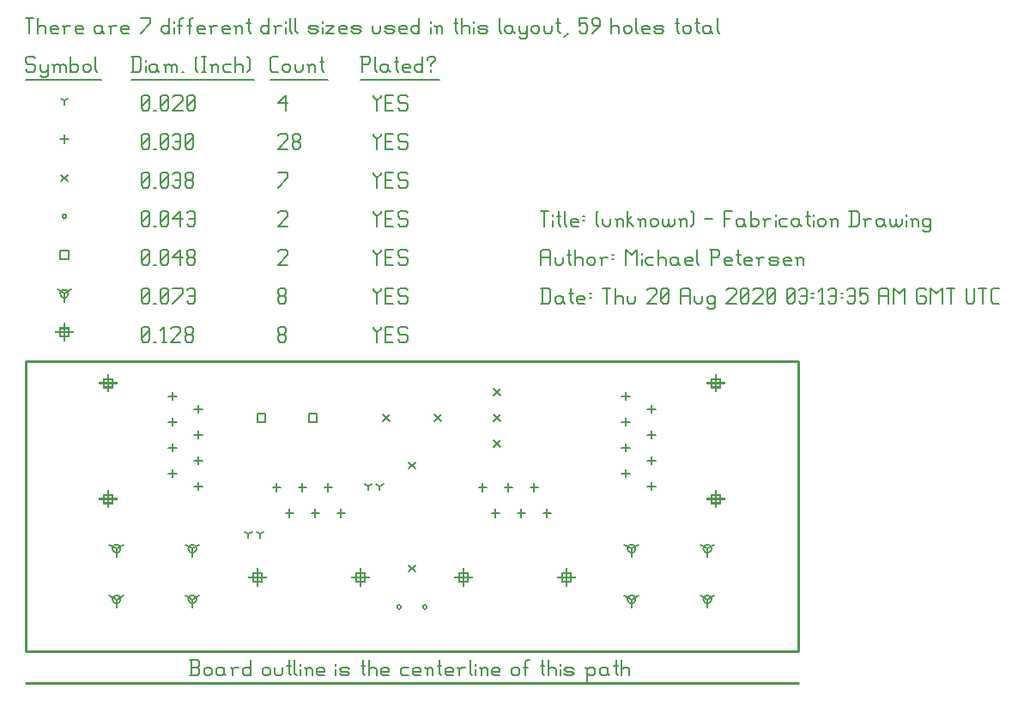
<source format=gbr>
G04 start of page 12 for group -3984 idx -3984 *
G04 Title: (unknown), fab *
G04 Creator: pcb 20140316 *
G04 CreationDate: Thu 20 Aug 2020 03:13:35 AM GMT UTC *
G04 For: railfan *
G04 Format: Gerber/RS-274X *
G04 PCB-Dimensions (mil): 3000.00 1125.00 *
G04 PCB-Coordinate-Origin: lower left *
%MOIN*%
%FSLAX25Y25*%
%LNFAB*%
%ADD82C,0.0100*%
%ADD81C,0.0060*%
%ADD80R,0.0080X0.0080*%
G54D80*X32000Y107200D02*Y100800D01*
X28800Y104000D02*X35200D01*
X30400Y105600D02*X33600D01*
X30400D02*Y102400D01*
X33600D01*
Y105600D02*Y102400D01*
X32000Y62200D02*Y55800D01*
X28800Y59000D02*X35200D01*
X30400Y60600D02*X33600D01*
X30400D02*Y57400D01*
X33600D01*
Y60600D02*Y57400D01*
X268000Y62200D02*Y55800D01*
X264800Y59000D02*X271200D01*
X266400Y60600D02*X269600D01*
X266400D02*Y57400D01*
X269600D01*
Y60600D02*Y57400D01*
X268000Y107200D02*Y100800D01*
X264800Y104000D02*X271200D01*
X266400Y105600D02*X269600D01*
X266400D02*Y102400D01*
X269600D01*
Y105600D02*Y102400D01*
X90000Y31700D02*Y25300D01*
X86800Y28500D02*X93200D01*
X88400Y30100D02*X91600D01*
X88400D02*Y26900D01*
X91600D01*
Y30100D02*Y26900D01*
X130000Y31700D02*Y25300D01*
X126800Y28500D02*X133200D01*
X128400Y30100D02*X131600D01*
X128400D02*Y26900D01*
X131600D01*
Y30100D02*Y26900D01*
X170000Y31700D02*Y25300D01*
X166800Y28500D02*X173200D01*
X168400Y30100D02*X171600D01*
X168400D02*Y26900D01*
X171600D01*
Y30100D02*Y26900D01*
X210000Y31700D02*Y25300D01*
X206800Y28500D02*X213200D01*
X208400Y30100D02*X211600D01*
X208400D02*Y26900D01*
X211600D01*
Y30100D02*Y26900D01*
X15000Y126950D02*Y120550D01*
X11800Y123750D02*X18200D01*
X13400Y125350D02*X16600D01*
X13400D02*Y122150D01*
X16600D01*
Y125350D02*Y122150D01*
G54D81*X135000Y126000D02*Y125250D01*
X136500Y123750D01*
X138000Y125250D01*
Y126000D02*Y125250D01*
X136500Y123750D02*Y120000D01*
X139800Y123000D02*X142050D01*
X139800Y120000D02*X142800D01*
X139800Y126000D02*Y120000D01*
Y126000D02*X142800D01*
X147600D02*X148350Y125250D01*
X145350Y126000D02*X147600D01*
X144600Y125250D02*X145350Y126000D01*
X144600Y125250D02*Y123750D01*
X145350Y123000D01*
X147600D01*
X148350Y122250D01*
Y120750D01*
X147600Y120000D02*X148350Y120750D01*
X145350Y120000D02*X147600D01*
X144600Y120750D02*X145350Y120000D01*
X98000Y120750D02*X98750Y120000D01*
X98000Y122250D02*Y120750D01*
Y122250D02*X98750Y123000D01*
X100250D01*
X101000Y122250D01*
Y120750D01*
X100250Y120000D02*X101000Y120750D01*
X98750Y120000D02*X100250D01*
X98000Y123750D02*X98750Y123000D01*
X98000Y125250D02*Y123750D01*
Y125250D02*X98750Y126000D01*
X100250D01*
X101000Y125250D01*
Y123750D01*
X100250Y123000D02*X101000Y123750D01*
X45000Y120750D02*X45750Y120000D01*
X45000Y125250D02*Y120750D01*
Y125250D02*X45750Y126000D01*
X47250D01*
X48000Y125250D01*
Y120750D01*
X47250Y120000D02*X48000Y120750D01*
X45750Y120000D02*X47250D01*
X45000Y121500D02*X48000Y124500D01*
X49800Y120000D02*X50550D01*
X53100D02*X54600D01*
X53850Y126000D02*Y120000D01*
X52350Y124500D02*X53850Y126000D01*
X56400Y125250D02*X57150Y126000D01*
X59400D01*
X60150Y125250D01*
Y123750D01*
X56400Y120000D02*X60150Y123750D01*
X56400Y120000D02*X60150D01*
X61950Y120750D02*X62700Y120000D01*
X61950Y122250D02*Y120750D01*
Y122250D02*X62700Y123000D01*
X64200D01*
X64950Y122250D01*
Y120750D01*
X64200Y120000D02*X64950Y120750D01*
X62700Y120000D02*X64200D01*
X61950Y123750D02*X62700Y123000D01*
X61950Y125250D02*Y123750D01*
Y125250D02*X62700Y126000D01*
X64200D01*
X64950Y125250D01*
Y123750D01*
X64200Y123000D02*X64950Y123750D01*
X35250Y20000D02*Y16800D01*
Y20000D02*X38023Y21600D01*
X35250Y20000D02*X32477Y21600D01*
X33650Y20000D02*G75*G03X36850Y20000I1600J0D01*G01*
G75*G03X33650Y20000I-1600J0D01*G01*
X35250Y39700D02*Y36500D01*
Y39700D02*X38023Y41300D01*
X35250Y39700D02*X32477Y41300D01*
X33650Y39700D02*G75*G03X36850Y39700I1600J0D01*G01*
G75*G03X33650Y39700I-1600J0D01*G01*
X64750Y20000D02*Y16800D01*
Y20000D02*X67523Y21600D01*
X64750Y20000D02*X61977Y21600D01*
X63150Y20000D02*G75*G03X66350Y20000I1600J0D01*G01*
G75*G03X63150Y20000I-1600J0D01*G01*
X64750Y39700D02*Y36500D01*
Y39700D02*X67523Y41300D01*
X64750Y39700D02*X61977Y41300D01*
X63150Y39700D02*G75*G03X66350Y39700I1600J0D01*G01*
G75*G03X63150Y39700I-1600J0D01*G01*
X235250Y20000D02*Y16800D01*
Y20000D02*X238023Y21600D01*
X235250Y20000D02*X232477Y21600D01*
X233650Y20000D02*G75*G03X236850Y20000I1600J0D01*G01*
G75*G03X233650Y20000I-1600J0D01*G01*
X235250Y39700D02*Y36500D01*
Y39700D02*X238023Y41300D01*
X235250Y39700D02*X232477Y41300D01*
X233650Y39700D02*G75*G03X236850Y39700I1600J0D01*G01*
G75*G03X233650Y39700I-1600J0D01*G01*
X264750Y20000D02*Y16800D01*
Y20000D02*X267523Y21600D01*
X264750Y20000D02*X261977Y21600D01*
X263150Y20000D02*G75*G03X266350Y20000I1600J0D01*G01*
G75*G03X263150Y20000I-1600J0D01*G01*
X264750Y39700D02*Y36500D01*
Y39700D02*X267523Y41300D01*
X264750Y39700D02*X261977Y41300D01*
X263150Y39700D02*G75*G03X266350Y39700I1600J0D01*G01*
G75*G03X263150Y39700I-1600J0D01*G01*
X15000Y138750D02*Y135550D01*
Y138750D02*X17773Y140350D01*
X15000Y138750D02*X12227Y140350D01*
X13400Y138750D02*G75*G03X16600Y138750I1600J0D01*G01*
G75*G03X13400Y138750I-1600J0D01*G01*
X135000Y141000D02*Y140250D01*
X136500Y138750D01*
X138000Y140250D01*
Y141000D02*Y140250D01*
X136500Y138750D02*Y135000D01*
X139800Y138000D02*X142050D01*
X139800Y135000D02*X142800D01*
X139800Y141000D02*Y135000D01*
Y141000D02*X142800D01*
X147600D02*X148350Y140250D01*
X145350Y141000D02*X147600D01*
X144600Y140250D02*X145350Y141000D01*
X144600Y140250D02*Y138750D01*
X145350Y138000D01*
X147600D01*
X148350Y137250D01*
Y135750D01*
X147600Y135000D02*X148350Y135750D01*
X145350Y135000D02*X147600D01*
X144600Y135750D02*X145350Y135000D01*
X98000Y135750D02*X98750Y135000D01*
X98000Y137250D02*Y135750D01*
Y137250D02*X98750Y138000D01*
X100250D01*
X101000Y137250D01*
Y135750D01*
X100250Y135000D02*X101000Y135750D01*
X98750Y135000D02*X100250D01*
X98000Y138750D02*X98750Y138000D01*
X98000Y140250D02*Y138750D01*
Y140250D02*X98750Y141000D01*
X100250D01*
X101000Y140250D01*
Y138750D01*
X100250Y138000D02*X101000Y138750D01*
X45000Y135750D02*X45750Y135000D01*
X45000Y140250D02*Y135750D01*
Y140250D02*X45750Y141000D01*
X47250D01*
X48000Y140250D01*
Y135750D01*
X47250Y135000D02*X48000Y135750D01*
X45750Y135000D02*X47250D01*
X45000Y136500D02*X48000Y139500D01*
X49800Y135000D02*X50550D01*
X52350Y135750D02*X53100Y135000D01*
X52350Y140250D02*Y135750D01*
Y140250D02*X53100Y141000D01*
X54600D01*
X55350Y140250D01*
Y135750D01*
X54600Y135000D02*X55350Y135750D01*
X53100Y135000D02*X54600D01*
X52350Y136500D02*X55350Y139500D01*
X57150Y135000D02*X60900Y138750D01*
Y141000D02*Y138750D01*
X57150Y141000D02*X60900D01*
X62700Y140250D02*X63450Y141000D01*
X64950D01*
X65700Y140250D01*
Y135750D01*
X64950Y135000D02*X65700Y135750D01*
X63450Y135000D02*X64950D01*
X62700Y135750D02*X63450Y135000D01*
Y138000D02*X65700D01*
X109900Y92100D02*X113100D01*
X109900D02*Y88900D01*
X113100D01*
Y92100D02*Y88900D01*
X89900Y92100D02*X93100D01*
X89900D02*Y88900D01*
X93100D01*
Y92100D02*Y88900D01*
X13400Y155350D02*X16600D01*
X13400D02*Y152150D01*
X16600D01*
Y155350D02*Y152150D01*
X135000Y156000D02*Y155250D01*
X136500Y153750D01*
X138000Y155250D01*
Y156000D02*Y155250D01*
X136500Y153750D02*Y150000D01*
X139800Y153000D02*X142050D01*
X139800Y150000D02*X142800D01*
X139800Y156000D02*Y150000D01*
Y156000D02*X142800D01*
X147600D02*X148350Y155250D01*
X145350Y156000D02*X147600D01*
X144600Y155250D02*X145350Y156000D01*
X144600Y155250D02*Y153750D01*
X145350Y153000D01*
X147600D01*
X148350Y152250D01*
Y150750D01*
X147600Y150000D02*X148350Y150750D01*
X145350Y150000D02*X147600D01*
X144600Y150750D02*X145350Y150000D01*
X98000Y155250D02*X98750Y156000D01*
X101000D01*
X101750Y155250D01*
Y153750D01*
X98000Y150000D02*X101750Y153750D01*
X98000Y150000D02*X101750D01*
X45000Y150750D02*X45750Y150000D01*
X45000Y155250D02*Y150750D01*
Y155250D02*X45750Y156000D01*
X47250D01*
X48000Y155250D01*
Y150750D01*
X47250Y150000D02*X48000Y150750D01*
X45750Y150000D02*X47250D01*
X45000Y151500D02*X48000Y154500D01*
X49800Y150000D02*X50550D01*
X52350Y150750D02*X53100Y150000D01*
X52350Y155250D02*Y150750D01*
Y155250D02*X53100Y156000D01*
X54600D01*
X55350Y155250D01*
Y150750D01*
X54600Y150000D02*X55350Y150750D01*
X53100Y150000D02*X54600D01*
X52350Y151500D02*X55350Y154500D01*
X57150Y153000D02*X60150Y156000D01*
X57150Y153000D02*X60900D01*
X60150Y156000D02*Y150000D01*
X62700Y150750D02*X63450Y150000D01*
X62700Y152250D02*Y150750D01*
Y152250D02*X63450Y153000D01*
X64950D01*
X65700Y152250D01*
Y150750D01*
X64950Y150000D02*X65700Y150750D01*
X63450Y150000D02*X64950D01*
X62700Y153750D02*X63450Y153000D01*
X62700Y155250D02*Y153750D01*
Y155250D02*X63450Y156000D01*
X64950D01*
X65700Y155250D01*
Y153750D01*
X64950Y153000D02*X65700Y153750D01*
X144200Y17000D02*G75*G03X145800Y17000I800J0D01*G01*
G75*G03X144200Y17000I-800J0D01*G01*
X154200D02*G75*G03X155800Y17000I800J0D01*G01*
G75*G03X154200Y17000I-800J0D01*G01*
X14200Y168750D02*G75*G03X15800Y168750I800J0D01*G01*
G75*G03X14200Y168750I-800J0D01*G01*
X135000Y171000D02*Y170250D01*
X136500Y168750D01*
X138000Y170250D01*
Y171000D02*Y170250D01*
X136500Y168750D02*Y165000D01*
X139800Y168000D02*X142050D01*
X139800Y165000D02*X142800D01*
X139800Y171000D02*Y165000D01*
Y171000D02*X142800D01*
X147600D02*X148350Y170250D01*
X145350Y171000D02*X147600D01*
X144600Y170250D02*X145350Y171000D01*
X144600Y170250D02*Y168750D01*
X145350Y168000D01*
X147600D01*
X148350Y167250D01*
Y165750D01*
X147600Y165000D02*X148350Y165750D01*
X145350Y165000D02*X147600D01*
X144600Y165750D02*X145350Y165000D01*
X98000Y170250D02*X98750Y171000D01*
X101000D01*
X101750Y170250D01*
Y168750D01*
X98000Y165000D02*X101750Y168750D01*
X98000Y165000D02*X101750D01*
X45000Y165750D02*X45750Y165000D01*
X45000Y170250D02*Y165750D01*
Y170250D02*X45750Y171000D01*
X47250D01*
X48000Y170250D01*
Y165750D01*
X47250Y165000D02*X48000Y165750D01*
X45750Y165000D02*X47250D01*
X45000Y166500D02*X48000Y169500D01*
X49800Y165000D02*X50550D01*
X52350Y165750D02*X53100Y165000D01*
X52350Y170250D02*Y165750D01*
Y170250D02*X53100Y171000D01*
X54600D01*
X55350Y170250D01*
Y165750D01*
X54600Y165000D02*X55350Y165750D01*
X53100Y165000D02*X54600D01*
X52350Y166500D02*X55350Y169500D01*
X57150Y168000D02*X60150Y171000D01*
X57150Y168000D02*X60900D01*
X60150Y171000D02*Y165000D01*
X62700Y170250D02*X63450Y171000D01*
X64950D01*
X65700Y170250D01*
Y165750D01*
X64950Y165000D02*X65700Y165750D01*
X63450Y165000D02*X64950D01*
X62700Y165750D02*X63450Y165000D01*
Y168000D02*X65700D01*
X148800Y33200D02*X151200Y30800D01*
X148800D02*X151200Y33200D01*
X148800Y73200D02*X151200Y70800D01*
X148800D02*X151200Y73200D01*
X138800Y91700D02*X141200Y89300D01*
X138800D02*X141200Y91700D01*
X158800D02*X161200Y89300D01*
X158800D02*X161200Y91700D01*
X181800Y81700D02*X184200Y79300D01*
X181800D02*X184200Y81700D01*
X181800Y91700D02*X184200Y89300D01*
X181800D02*X184200Y91700D01*
X181800Y101700D02*X184200Y99300D01*
X181800D02*X184200Y101700D01*
X13800Y184950D02*X16200Y182550D01*
X13800D02*X16200Y184950D01*
X135000Y186000D02*Y185250D01*
X136500Y183750D01*
X138000Y185250D01*
Y186000D02*Y185250D01*
X136500Y183750D02*Y180000D01*
X139800Y183000D02*X142050D01*
X139800Y180000D02*X142800D01*
X139800Y186000D02*Y180000D01*
Y186000D02*X142800D01*
X147600D02*X148350Y185250D01*
X145350Y186000D02*X147600D01*
X144600Y185250D02*X145350Y186000D01*
X144600Y185250D02*Y183750D01*
X145350Y183000D01*
X147600D01*
X148350Y182250D01*
Y180750D01*
X147600Y180000D02*X148350Y180750D01*
X145350Y180000D02*X147600D01*
X144600Y180750D02*X145350Y180000D01*
X98000D02*X101750Y183750D01*
Y186000D02*Y183750D01*
X98000Y186000D02*X101750D01*
X45000Y180750D02*X45750Y180000D01*
X45000Y185250D02*Y180750D01*
Y185250D02*X45750Y186000D01*
X47250D01*
X48000Y185250D01*
Y180750D01*
X47250Y180000D02*X48000Y180750D01*
X45750Y180000D02*X47250D01*
X45000Y181500D02*X48000Y184500D01*
X49800Y180000D02*X50550D01*
X52350Y180750D02*X53100Y180000D01*
X52350Y185250D02*Y180750D01*
Y185250D02*X53100Y186000D01*
X54600D01*
X55350Y185250D01*
Y180750D01*
X54600Y180000D02*X55350Y180750D01*
X53100Y180000D02*X54600D01*
X52350Y181500D02*X55350Y184500D01*
X57150Y185250D02*X57900Y186000D01*
X59400D01*
X60150Y185250D01*
Y180750D01*
X59400Y180000D02*X60150Y180750D01*
X57900Y180000D02*X59400D01*
X57150Y180750D02*X57900Y180000D01*
Y183000D02*X60150D01*
X61950Y180750D02*X62700Y180000D01*
X61950Y182250D02*Y180750D01*
Y182250D02*X62700Y183000D01*
X64200D01*
X64950Y182250D01*
Y180750D01*
X64200Y180000D02*X64950Y180750D01*
X62700Y180000D02*X64200D01*
X61950Y183750D02*X62700Y183000D01*
X61950Y185250D02*Y183750D01*
Y185250D02*X62700Y186000D01*
X64200D01*
X64950Y185250D01*
Y183750D01*
X64200Y183000D02*X64950Y183750D01*
X57000Y100600D02*Y97400D01*
X55400Y99000D02*X58600D01*
X67000Y95600D02*Y92400D01*
X65400Y94000D02*X68600D01*
X57000Y90600D02*Y87400D01*
X55400Y89000D02*X58600D01*
X67000Y85600D02*Y82400D01*
X65400Y84000D02*X68600D01*
X57000Y80600D02*Y77400D01*
X55400Y79000D02*X58600D01*
X67000Y75600D02*Y72400D01*
X65400Y74000D02*X68600D01*
X57000Y70600D02*Y67400D01*
X55400Y69000D02*X58600D01*
X67000Y65600D02*Y62400D01*
X65400Y64000D02*X68600D01*
X243000Y65600D02*Y62400D01*
X241400Y64000D02*X244600D01*
X233000Y70600D02*Y67400D01*
X231400Y69000D02*X234600D01*
X243000Y75600D02*Y72400D01*
X241400Y74000D02*X244600D01*
X233000Y80600D02*Y77400D01*
X231400Y79000D02*X234600D01*
X243000Y85600D02*Y82400D01*
X241400Y84000D02*X244600D01*
X233000Y90600D02*Y87400D01*
X231400Y89000D02*X234600D01*
X243000Y95600D02*Y92400D01*
X241400Y94000D02*X244600D01*
X233000Y100600D02*Y97400D01*
X231400Y99000D02*X234600D01*
X97500Y65100D02*Y61900D01*
X95900Y63500D02*X99100D01*
X102500Y55100D02*Y51900D01*
X100900Y53500D02*X104100D01*
X107500Y65100D02*Y61900D01*
X105900Y63500D02*X109100D01*
X112500Y55100D02*Y51900D01*
X110900Y53500D02*X114100D01*
X117500Y65100D02*Y61900D01*
X115900Y63500D02*X119100D01*
X122500Y55100D02*Y51900D01*
X120900Y53500D02*X124100D01*
X177500Y65100D02*Y61900D01*
X175900Y63500D02*X179100D01*
X182500Y55100D02*Y51900D01*
X180900Y53500D02*X184100D01*
X187500Y65100D02*Y61900D01*
X185900Y63500D02*X189100D01*
X192500Y55100D02*Y51900D01*
X190900Y53500D02*X194100D01*
X197500Y65100D02*Y61900D01*
X195900Y63500D02*X199100D01*
X202500Y55100D02*Y51900D01*
X200900Y53500D02*X204100D01*
X15000Y200350D02*Y197150D01*
X13400Y198750D02*X16600D01*
X135000Y201000D02*Y200250D01*
X136500Y198750D01*
X138000Y200250D01*
Y201000D02*Y200250D01*
X136500Y198750D02*Y195000D01*
X139800Y198000D02*X142050D01*
X139800Y195000D02*X142800D01*
X139800Y201000D02*Y195000D01*
Y201000D02*X142800D01*
X147600D02*X148350Y200250D01*
X145350Y201000D02*X147600D01*
X144600Y200250D02*X145350Y201000D01*
X144600Y200250D02*Y198750D01*
X145350Y198000D01*
X147600D01*
X148350Y197250D01*
Y195750D01*
X147600Y195000D02*X148350Y195750D01*
X145350Y195000D02*X147600D01*
X144600Y195750D02*X145350Y195000D01*
X98000Y200250D02*X98750Y201000D01*
X101000D01*
X101750Y200250D01*
Y198750D01*
X98000Y195000D02*X101750Y198750D01*
X98000Y195000D02*X101750D01*
X103550Y195750D02*X104300Y195000D01*
X103550Y197250D02*Y195750D01*
Y197250D02*X104300Y198000D01*
X105800D01*
X106550Y197250D01*
Y195750D01*
X105800Y195000D02*X106550Y195750D01*
X104300Y195000D02*X105800D01*
X103550Y198750D02*X104300Y198000D01*
X103550Y200250D02*Y198750D01*
Y200250D02*X104300Y201000D01*
X105800D01*
X106550Y200250D01*
Y198750D01*
X105800Y198000D02*X106550Y198750D01*
X45000Y195750D02*X45750Y195000D01*
X45000Y200250D02*Y195750D01*
Y200250D02*X45750Y201000D01*
X47250D01*
X48000Y200250D01*
Y195750D01*
X47250Y195000D02*X48000Y195750D01*
X45750Y195000D02*X47250D01*
X45000Y196500D02*X48000Y199500D01*
X49800Y195000D02*X50550D01*
X52350Y195750D02*X53100Y195000D01*
X52350Y200250D02*Y195750D01*
Y200250D02*X53100Y201000D01*
X54600D01*
X55350Y200250D01*
Y195750D01*
X54600Y195000D02*X55350Y195750D01*
X53100Y195000D02*X54600D01*
X52350Y196500D02*X55350Y199500D01*
X57150Y200250D02*X57900Y201000D01*
X59400D01*
X60150Y200250D01*
Y195750D01*
X59400Y195000D02*X60150Y195750D01*
X57900Y195000D02*X59400D01*
X57150Y195750D02*X57900Y195000D01*
Y198000D02*X60150D01*
X61950Y195750D02*X62700Y195000D01*
X61950Y200250D02*Y195750D01*
Y200250D02*X62700Y201000D01*
X64200D01*
X64950Y200250D01*
Y195750D01*
X64200Y195000D02*X64950Y195750D01*
X62700Y195000D02*X64200D01*
X61950Y196500D02*X64950Y199500D01*
X91000Y45500D02*Y43900D01*
Y45500D02*X92387Y46300D01*
X91000Y45500D02*X89613Y46300D01*
X133000Y64000D02*Y62400D01*
Y64000D02*X134387Y64800D01*
X133000Y64000D02*X131613Y64800D01*
X137500Y64000D02*Y62400D01*
Y64000D02*X138887Y64800D01*
X137500Y64000D02*X136113Y64800D01*
X86500Y45500D02*Y43900D01*
Y45500D02*X87887Y46300D01*
X86500Y45500D02*X85113Y46300D01*
X15000Y213750D02*Y212150D01*
Y213750D02*X16387Y214550D01*
X15000Y213750D02*X13613Y214550D01*
X135000Y216000D02*Y215250D01*
X136500Y213750D01*
X138000Y215250D01*
Y216000D02*Y215250D01*
X136500Y213750D02*Y210000D01*
X139800Y213000D02*X142050D01*
X139800Y210000D02*X142800D01*
X139800Y216000D02*Y210000D01*
Y216000D02*X142800D01*
X147600D02*X148350Y215250D01*
X145350Y216000D02*X147600D01*
X144600Y215250D02*X145350Y216000D01*
X144600Y215250D02*Y213750D01*
X145350Y213000D01*
X147600D01*
X148350Y212250D01*
Y210750D01*
X147600Y210000D02*X148350Y210750D01*
X145350Y210000D02*X147600D01*
X144600Y210750D02*X145350Y210000D01*
X98000Y213000D02*X101000Y216000D01*
X98000Y213000D02*X101750D01*
X101000Y216000D02*Y210000D01*
X45000Y210750D02*X45750Y210000D01*
X45000Y215250D02*Y210750D01*
Y215250D02*X45750Y216000D01*
X47250D01*
X48000Y215250D01*
Y210750D01*
X47250Y210000D02*X48000Y210750D01*
X45750Y210000D02*X47250D01*
X45000Y211500D02*X48000Y214500D01*
X49800Y210000D02*X50550D01*
X52350Y210750D02*X53100Y210000D01*
X52350Y215250D02*Y210750D01*
Y215250D02*X53100Y216000D01*
X54600D01*
X55350Y215250D01*
Y210750D01*
X54600Y210000D02*X55350Y210750D01*
X53100Y210000D02*X54600D01*
X52350Y211500D02*X55350Y214500D01*
X57150Y215250D02*X57900Y216000D01*
X60150D01*
X60900Y215250D01*
Y213750D01*
X57150Y210000D02*X60900Y213750D01*
X57150Y210000D02*X60900D01*
X62700Y210750D02*X63450Y210000D01*
X62700Y215250D02*Y210750D01*
Y215250D02*X63450Y216000D01*
X64950D01*
X65700Y215250D01*
Y210750D01*
X64950Y210000D02*X65700Y210750D01*
X63450Y210000D02*X64950D01*
X62700Y211500D02*X65700Y214500D01*
X3000Y231000D02*X3750Y230250D01*
X750Y231000D02*X3000D01*
X0Y230250D02*X750Y231000D01*
X0Y230250D02*Y228750D01*
X750Y228000D01*
X3000D01*
X3750Y227250D01*
Y225750D01*
X3000Y225000D02*X3750Y225750D01*
X750Y225000D02*X3000D01*
X0Y225750D02*X750Y225000D01*
X5550Y228000D02*Y225750D01*
X6300Y225000D01*
X8550Y228000D02*Y223500D01*
X7800Y222750D02*X8550Y223500D01*
X6300Y222750D02*X7800D01*
X5550Y223500D02*X6300Y222750D01*
Y225000D02*X7800D01*
X8550Y225750D01*
X11100Y227250D02*Y225000D01*
Y227250D02*X11850Y228000D01*
X12600D01*
X13350Y227250D01*
Y225000D01*
Y227250D02*X14100Y228000D01*
X14850D01*
X15600Y227250D01*
Y225000D01*
X10350Y228000D02*X11100Y227250D01*
X17400Y231000D02*Y225000D01*
Y225750D02*X18150Y225000D01*
X19650D01*
X20400Y225750D01*
Y227250D02*Y225750D01*
X19650Y228000D02*X20400Y227250D01*
X18150Y228000D02*X19650D01*
X17400Y227250D02*X18150Y228000D01*
X22200Y227250D02*Y225750D01*
Y227250D02*X22950Y228000D01*
X24450D01*
X25200Y227250D01*
Y225750D01*
X24450Y225000D02*X25200Y225750D01*
X22950Y225000D02*X24450D01*
X22200Y225750D02*X22950Y225000D01*
X27000Y231000D02*Y225750D01*
X27750Y225000D01*
X0Y221750D02*X29250D01*
X41750Y231000D02*Y225000D01*
X44000Y231000D02*X44750Y230250D01*
Y225750D01*
X44000Y225000D02*X44750Y225750D01*
X41000Y225000D02*X44000D01*
X41000Y231000D02*X44000D01*
X46550Y229500D02*Y228750D01*
Y227250D02*Y225000D01*
X50300Y228000D02*X51050Y227250D01*
X48800Y228000D02*X50300D01*
X48050Y227250D02*X48800Y228000D01*
X48050Y227250D02*Y225750D01*
X48800Y225000D01*
X51050Y228000D02*Y225750D01*
X51800Y225000D01*
X48800D02*X50300D01*
X51050Y225750D01*
X54350Y227250D02*Y225000D01*
Y227250D02*X55100Y228000D01*
X55850D01*
X56600Y227250D01*
Y225000D01*
Y227250D02*X57350Y228000D01*
X58100D01*
X58850Y227250D01*
Y225000D01*
X53600Y228000D02*X54350Y227250D01*
X60650Y225000D02*X61400D01*
X65900Y225750D02*X66650Y225000D01*
X65900Y230250D02*X66650Y231000D01*
X65900Y230250D02*Y225750D01*
X68450Y231000D02*X69950D01*
X69200D02*Y225000D01*
X68450D02*X69950D01*
X72500Y227250D02*Y225000D01*
Y227250D02*X73250Y228000D01*
X74000D01*
X74750Y227250D01*
Y225000D01*
X71750Y228000D02*X72500Y227250D01*
X77300Y228000D02*X79550D01*
X76550Y227250D02*X77300Y228000D01*
X76550Y227250D02*Y225750D01*
X77300Y225000D01*
X79550D01*
X81350Y231000D02*Y225000D01*
Y227250D02*X82100Y228000D01*
X83600D01*
X84350Y227250D01*
Y225000D01*
X86150Y231000D02*X86900Y230250D01*
Y225750D01*
X86150Y225000D02*X86900Y225750D01*
X41000Y221750D02*X88700D01*
X95750Y225000D02*X98000D01*
X95000Y225750D02*X95750Y225000D01*
X95000Y230250D02*Y225750D01*
Y230250D02*X95750Y231000D01*
X98000D01*
X99800Y227250D02*Y225750D01*
Y227250D02*X100550Y228000D01*
X102050D01*
X102800Y227250D01*
Y225750D01*
X102050Y225000D02*X102800Y225750D01*
X100550Y225000D02*X102050D01*
X99800Y225750D02*X100550Y225000D01*
X104600Y228000D02*Y225750D01*
X105350Y225000D01*
X106850D01*
X107600Y225750D01*
Y228000D02*Y225750D01*
X110150Y227250D02*Y225000D01*
Y227250D02*X110900Y228000D01*
X111650D01*
X112400Y227250D01*
Y225000D01*
X109400Y228000D02*X110150Y227250D01*
X114950Y231000D02*Y225750D01*
X115700Y225000D01*
X114200Y228750D02*X115700D01*
X95000Y221750D02*X117200D01*
X130750Y231000D02*Y225000D01*
X130000Y231000D02*X133000D01*
X133750Y230250D01*
Y228750D01*
X133000Y228000D02*X133750Y228750D01*
X130750Y228000D02*X133000D01*
X135550Y231000D02*Y225750D01*
X136300Y225000D01*
X140050Y228000D02*X140800Y227250D01*
X138550Y228000D02*X140050D01*
X137800Y227250D02*X138550Y228000D01*
X137800Y227250D02*Y225750D01*
X138550Y225000D01*
X140800Y228000D02*Y225750D01*
X141550Y225000D01*
X138550D02*X140050D01*
X140800Y225750D01*
X144100Y231000D02*Y225750D01*
X144850Y225000D01*
X143350Y228750D02*X144850D01*
X147100Y225000D02*X149350D01*
X146350Y225750D02*X147100Y225000D01*
X146350Y227250D02*Y225750D01*
Y227250D02*X147100Y228000D01*
X148600D01*
X149350Y227250D01*
X146350Y226500D02*X149350D01*
Y227250D02*Y226500D01*
X154150Y231000D02*Y225000D01*
X153400D02*X154150Y225750D01*
X151900Y225000D02*X153400D01*
X151150Y225750D02*X151900Y225000D01*
X151150Y227250D02*Y225750D01*
Y227250D02*X151900Y228000D01*
X153400D01*
X154150Y227250D01*
X157450Y228000D02*Y227250D01*
Y225750D02*Y225000D01*
X155950Y230250D02*Y229500D01*
Y230250D02*X156700Y231000D01*
X158200D01*
X158950Y230250D01*
Y229500D01*
X157450Y228000D02*X158950Y229500D01*
X130000Y221750D02*X160750D01*
X0Y246000D02*X3000D01*
X1500D02*Y240000D01*
X4800Y246000D02*Y240000D01*
Y242250D02*X5550Y243000D01*
X7050D01*
X7800Y242250D01*
Y240000D01*
X10350D02*X12600D01*
X9600Y240750D02*X10350Y240000D01*
X9600Y242250D02*Y240750D01*
Y242250D02*X10350Y243000D01*
X11850D01*
X12600Y242250D01*
X9600Y241500D02*X12600D01*
Y242250D02*Y241500D01*
X15150Y242250D02*Y240000D01*
Y242250D02*X15900Y243000D01*
X17400D01*
X14400D02*X15150Y242250D01*
X19950Y240000D02*X22200D01*
X19200Y240750D02*X19950Y240000D01*
X19200Y242250D02*Y240750D01*
Y242250D02*X19950Y243000D01*
X21450D01*
X22200Y242250D01*
X19200Y241500D02*X22200D01*
Y242250D02*Y241500D01*
X28950Y243000D02*X29700Y242250D01*
X27450Y243000D02*X28950D01*
X26700Y242250D02*X27450Y243000D01*
X26700Y242250D02*Y240750D01*
X27450Y240000D01*
X29700Y243000D02*Y240750D01*
X30450Y240000D01*
X27450D02*X28950D01*
X29700Y240750D01*
X33000Y242250D02*Y240000D01*
Y242250D02*X33750Y243000D01*
X35250D01*
X32250D02*X33000Y242250D01*
X37800Y240000D02*X40050D01*
X37050Y240750D02*X37800Y240000D01*
X37050Y242250D02*Y240750D01*
Y242250D02*X37800Y243000D01*
X39300D01*
X40050Y242250D01*
X37050Y241500D02*X40050D01*
Y242250D02*Y241500D01*
X44550Y240000D02*X48300Y243750D01*
Y246000D02*Y243750D01*
X44550Y246000D02*X48300D01*
X55800D02*Y240000D01*
X55050D02*X55800Y240750D01*
X53550Y240000D02*X55050D01*
X52800Y240750D02*X53550Y240000D01*
X52800Y242250D02*Y240750D01*
Y242250D02*X53550Y243000D01*
X55050D01*
X55800Y242250D01*
X57600Y244500D02*Y243750D01*
Y242250D02*Y240000D01*
X59850Y245250D02*Y240000D01*
Y245250D02*X60600Y246000D01*
X61350D01*
X59100Y243000D02*X60600D01*
X63600Y245250D02*Y240000D01*
Y245250D02*X64350Y246000D01*
X65100D01*
X62850Y243000D02*X64350D01*
X67350Y240000D02*X69600D01*
X66600Y240750D02*X67350Y240000D01*
X66600Y242250D02*Y240750D01*
Y242250D02*X67350Y243000D01*
X68850D01*
X69600Y242250D01*
X66600Y241500D02*X69600D01*
Y242250D02*Y241500D01*
X72150Y242250D02*Y240000D01*
Y242250D02*X72900Y243000D01*
X74400D01*
X71400D02*X72150Y242250D01*
X76950Y240000D02*X79200D01*
X76200Y240750D02*X76950Y240000D01*
X76200Y242250D02*Y240750D01*
Y242250D02*X76950Y243000D01*
X78450D01*
X79200Y242250D01*
X76200Y241500D02*X79200D01*
Y242250D02*Y241500D01*
X81750Y242250D02*Y240000D01*
Y242250D02*X82500Y243000D01*
X83250D01*
X84000Y242250D01*
Y240000D01*
X81000Y243000D02*X81750Y242250D01*
X86550Y246000D02*Y240750D01*
X87300Y240000D01*
X85800Y243750D02*X87300D01*
X94500Y246000D02*Y240000D01*
X93750D02*X94500Y240750D01*
X92250Y240000D02*X93750D01*
X91500Y240750D02*X92250Y240000D01*
X91500Y242250D02*Y240750D01*
Y242250D02*X92250Y243000D01*
X93750D01*
X94500Y242250D01*
X97050D02*Y240000D01*
Y242250D02*X97800Y243000D01*
X99300D01*
X96300D02*X97050Y242250D01*
X101100Y244500D02*Y243750D01*
Y242250D02*Y240000D01*
X102600Y246000D02*Y240750D01*
X103350Y240000D01*
X104850Y246000D02*Y240750D01*
X105600Y240000D01*
X110550D02*X112800D01*
X113550Y240750D01*
X112800Y241500D02*X113550Y240750D01*
X110550Y241500D02*X112800D01*
X109800Y242250D02*X110550Y241500D01*
X109800Y242250D02*X110550Y243000D01*
X112800D01*
X113550Y242250D01*
X109800Y240750D02*X110550Y240000D01*
X115350Y244500D02*Y243750D01*
Y242250D02*Y240000D01*
X116850Y243000D02*X119850D01*
X116850Y240000D02*X119850Y243000D01*
X116850Y240000D02*X119850D01*
X122400D02*X124650D01*
X121650Y240750D02*X122400Y240000D01*
X121650Y242250D02*Y240750D01*
Y242250D02*X122400Y243000D01*
X123900D01*
X124650Y242250D01*
X121650Y241500D02*X124650D01*
Y242250D02*Y241500D01*
X127200Y240000D02*X129450D01*
X130200Y240750D01*
X129450Y241500D02*X130200Y240750D01*
X127200Y241500D02*X129450D01*
X126450Y242250D02*X127200Y241500D01*
X126450Y242250D02*X127200Y243000D01*
X129450D01*
X130200Y242250D01*
X126450Y240750D02*X127200Y240000D01*
X134700Y243000D02*Y240750D01*
X135450Y240000D01*
X136950D01*
X137700Y240750D01*
Y243000D02*Y240750D01*
X140250Y240000D02*X142500D01*
X143250Y240750D01*
X142500Y241500D02*X143250Y240750D01*
X140250Y241500D02*X142500D01*
X139500Y242250D02*X140250Y241500D01*
X139500Y242250D02*X140250Y243000D01*
X142500D01*
X143250Y242250D01*
X139500Y240750D02*X140250Y240000D01*
X145800D02*X148050D01*
X145050Y240750D02*X145800Y240000D01*
X145050Y242250D02*Y240750D01*
Y242250D02*X145800Y243000D01*
X147300D01*
X148050Y242250D01*
X145050Y241500D02*X148050D01*
Y242250D02*Y241500D01*
X152850Y246000D02*Y240000D01*
X152100D02*X152850Y240750D01*
X150600Y240000D02*X152100D01*
X149850Y240750D02*X150600Y240000D01*
X149850Y242250D02*Y240750D01*
Y242250D02*X150600Y243000D01*
X152100D01*
X152850Y242250D01*
X157350Y244500D02*Y243750D01*
Y242250D02*Y240000D01*
X159600Y242250D02*Y240000D01*
Y242250D02*X160350Y243000D01*
X161100D01*
X161850Y242250D01*
Y240000D01*
X158850Y243000D02*X159600Y242250D01*
X167100Y246000D02*Y240750D01*
X167850Y240000D01*
X166350Y243750D02*X167850D01*
X169350Y246000D02*Y240000D01*
Y242250D02*X170100Y243000D01*
X171600D01*
X172350Y242250D01*
Y240000D01*
X174150Y244500D02*Y243750D01*
Y242250D02*Y240000D01*
X176400D02*X178650D01*
X179400Y240750D01*
X178650Y241500D02*X179400Y240750D01*
X176400Y241500D02*X178650D01*
X175650Y242250D02*X176400Y241500D01*
X175650Y242250D02*X176400Y243000D01*
X178650D01*
X179400Y242250D01*
X175650Y240750D02*X176400Y240000D01*
X183900Y246000D02*Y240750D01*
X184650Y240000D01*
X188400Y243000D02*X189150Y242250D01*
X186900Y243000D02*X188400D01*
X186150Y242250D02*X186900Y243000D01*
X186150Y242250D02*Y240750D01*
X186900Y240000D01*
X189150Y243000D02*Y240750D01*
X189900Y240000D01*
X186900D02*X188400D01*
X189150Y240750D01*
X191700Y243000D02*Y240750D01*
X192450Y240000D01*
X194700Y243000D02*Y238500D01*
X193950Y237750D02*X194700Y238500D01*
X192450Y237750D02*X193950D01*
X191700Y238500D02*X192450Y237750D01*
Y240000D02*X193950D01*
X194700Y240750D01*
X196500Y242250D02*Y240750D01*
Y242250D02*X197250Y243000D01*
X198750D01*
X199500Y242250D01*
Y240750D01*
X198750Y240000D02*X199500Y240750D01*
X197250Y240000D02*X198750D01*
X196500Y240750D02*X197250Y240000D01*
X201300Y243000D02*Y240750D01*
X202050Y240000D01*
X203550D01*
X204300Y240750D01*
Y243000D02*Y240750D01*
X206850Y246000D02*Y240750D01*
X207600Y240000D01*
X206100Y243750D02*X207600D01*
X209100Y238500D02*X210600Y240000D01*
X215100Y246000D02*X218100D01*
X215100D02*Y243000D01*
X215850Y243750D01*
X217350D01*
X218100Y243000D01*
Y240750D01*
X217350Y240000D02*X218100Y240750D01*
X215850Y240000D02*X217350D01*
X215100Y240750D02*X215850Y240000D01*
X219900D02*X222900Y243000D01*
Y245250D02*Y243000D01*
X222150Y246000D02*X222900Y245250D01*
X220650Y246000D02*X222150D01*
X219900Y245250D02*X220650Y246000D01*
X219900Y245250D02*Y243750D01*
X220650Y243000D01*
X222900D01*
X227400Y246000D02*Y240000D01*
Y242250D02*X228150Y243000D01*
X229650D01*
X230400Y242250D01*
Y240000D01*
X232200Y242250D02*Y240750D01*
Y242250D02*X232950Y243000D01*
X234450D01*
X235200Y242250D01*
Y240750D01*
X234450Y240000D02*X235200Y240750D01*
X232950Y240000D02*X234450D01*
X232200Y240750D02*X232950Y240000D01*
X237000Y246000D02*Y240750D01*
X237750Y240000D01*
X240000D02*X242250D01*
X239250Y240750D02*X240000Y240000D01*
X239250Y242250D02*Y240750D01*
Y242250D02*X240000Y243000D01*
X241500D01*
X242250Y242250D01*
X239250Y241500D02*X242250D01*
Y242250D02*Y241500D01*
X244800Y240000D02*X247050D01*
X247800Y240750D01*
X247050Y241500D02*X247800Y240750D01*
X244800Y241500D02*X247050D01*
X244050Y242250D02*X244800Y241500D01*
X244050Y242250D02*X244800Y243000D01*
X247050D01*
X247800Y242250D01*
X244050Y240750D02*X244800Y240000D01*
X253050Y246000D02*Y240750D01*
X253800Y240000D01*
X252300Y243750D02*X253800D01*
X255300Y242250D02*Y240750D01*
Y242250D02*X256050Y243000D01*
X257550D01*
X258300Y242250D01*
Y240750D01*
X257550Y240000D02*X258300Y240750D01*
X256050Y240000D02*X257550D01*
X255300Y240750D02*X256050Y240000D01*
X260850Y246000D02*Y240750D01*
X261600Y240000D01*
X260100Y243750D02*X261600D01*
X265350Y243000D02*X266100Y242250D01*
X263850Y243000D02*X265350D01*
X263100Y242250D02*X263850Y243000D01*
X263100Y242250D02*Y240750D01*
X263850Y240000D01*
X266100Y243000D02*Y240750D01*
X266850Y240000D01*
X263850D02*X265350D01*
X266100Y240750D01*
X268650Y246000D02*Y240750D01*
X269400Y240000D01*
G54D82*X0Y-12500D02*X300000D01*
Y112500D02*X0D01*
Y0D01*
X300000D01*
Y112500D01*
G54D81*X63675Y-9500D02*X66675D01*
X67425Y-8750D01*
Y-7250D02*Y-8750D01*
X66675Y-6500D02*X67425Y-7250D01*
X64425Y-6500D02*X66675D01*
X64425Y-3500D02*Y-9500D01*
X63675Y-3500D02*X66675D01*
X67425Y-4250D01*
Y-5750D01*
X66675Y-6500D02*X67425Y-5750D01*
X69225Y-7250D02*Y-8750D01*
Y-7250D02*X69975Y-6500D01*
X71475D01*
X72225Y-7250D01*
Y-8750D01*
X71475Y-9500D02*X72225Y-8750D01*
X69975Y-9500D02*X71475D01*
X69225Y-8750D02*X69975Y-9500D01*
X76275Y-6500D02*X77025Y-7250D01*
X74775Y-6500D02*X76275D01*
X74025Y-7250D02*X74775Y-6500D01*
X74025Y-7250D02*Y-8750D01*
X74775Y-9500D01*
X77025Y-6500D02*Y-8750D01*
X77775Y-9500D01*
X74775D02*X76275D01*
X77025Y-8750D01*
X80325Y-7250D02*Y-9500D01*
Y-7250D02*X81075Y-6500D01*
X82575D01*
X79575D02*X80325Y-7250D01*
X87375Y-3500D02*Y-9500D01*
X86625D02*X87375Y-8750D01*
X85125Y-9500D02*X86625D01*
X84375Y-8750D02*X85125Y-9500D01*
X84375Y-7250D02*Y-8750D01*
Y-7250D02*X85125Y-6500D01*
X86625D01*
X87375Y-7250D01*
X91875D02*Y-8750D01*
Y-7250D02*X92625Y-6500D01*
X94125D01*
X94875Y-7250D01*
Y-8750D01*
X94125Y-9500D02*X94875Y-8750D01*
X92625Y-9500D02*X94125D01*
X91875Y-8750D02*X92625Y-9500D01*
X96675Y-6500D02*Y-8750D01*
X97425Y-9500D01*
X98925D01*
X99675Y-8750D01*
Y-6500D02*Y-8750D01*
X102225Y-3500D02*Y-8750D01*
X102975Y-9500D01*
X101475Y-5750D02*X102975D01*
X104475Y-3500D02*Y-8750D01*
X105225Y-9500D01*
X106725Y-5000D02*Y-5750D01*
Y-7250D02*Y-9500D01*
X108975Y-7250D02*Y-9500D01*
Y-7250D02*X109725Y-6500D01*
X110475D01*
X111225Y-7250D01*
Y-9500D01*
X108225Y-6500D02*X108975Y-7250D01*
X113775Y-9500D02*X116025D01*
X113025Y-8750D02*X113775Y-9500D01*
X113025Y-7250D02*Y-8750D01*
Y-7250D02*X113775Y-6500D01*
X115275D01*
X116025Y-7250D01*
X113025Y-8000D02*X116025D01*
Y-7250D02*Y-8000D01*
X120525Y-5000D02*Y-5750D01*
Y-7250D02*Y-9500D01*
X122775D02*X125025D01*
X125775Y-8750D01*
X125025Y-8000D02*X125775Y-8750D01*
X122775Y-8000D02*X125025D01*
X122025Y-7250D02*X122775Y-8000D01*
X122025Y-7250D02*X122775Y-6500D01*
X125025D01*
X125775Y-7250D01*
X122025Y-8750D02*X122775Y-9500D01*
X131025Y-3500D02*Y-8750D01*
X131775Y-9500D01*
X130275Y-5750D02*X131775D01*
X133275Y-3500D02*Y-9500D01*
Y-7250D02*X134025Y-6500D01*
X135525D01*
X136275Y-7250D01*
Y-9500D01*
X138825D02*X141075D01*
X138075Y-8750D02*X138825Y-9500D01*
X138075Y-7250D02*Y-8750D01*
Y-7250D02*X138825Y-6500D01*
X140325D01*
X141075Y-7250D01*
X138075Y-8000D02*X141075D01*
Y-7250D02*Y-8000D01*
X146325Y-6500D02*X148575D01*
X145575Y-7250D02*X146325Y-6500D01*
X145575Y-7250D02*Y-8750D01*
X146325Y-9500D01*
X148575D01*
X151125D02*X153375D01*
X150375Y-8750D02*X151125Y-9500D01*
X150375Y-7250D02*Y-8750D01*
Y-7250D02*X151125Y-6500D01*
X152625D01*
X153375Y-7250D01*
X150375Y-8000D02*X153375D01*
Y-7250D02*Y-8000D01*
X155925Y-7250D02*Y-9500D01*
Y-7250D02*X156675Y-6500D01*
X157425D01*
X158175Y-7250D01*
Y-9500D01*
X155175Y-6500D02*X155925Y-7250D01*
X160725Y-3500D02*Y-8750D01*
X161475Y-9500D01*
X159975Y-5750D02*X161475D01*
X163725Y-9500D02*X165975D01*
X162975Y-8750D02*X163725Y-9500D01*
X162975Y-7250D02*Y-8750D01*
Y-7250D02*X163725Y-6500D01*
X165225D01*
X165975Y-7250D01*
X162975Y-8000D02*X165975D01*
Y-7250D02*Y-8000D01*
X168525Y-7250D02*Y-9500D01*
Y-7250D02*X169275Y-6500D01*
X170775D01*
X167775D02*X168525Y-7250D01*
X172575Y-3500D02*Y-8750D01*
X173325Y-9500D01*
X174825Y-5000D02*Y-5750D01*
Y-7250D02*Y-9500D01*
X177075Y-7250D02*Y-9500D01*
Y-7250D02*X177825Y-6500D01*
X178575D01*
X179325Y-7250D01*
Y-9500D01*
X176325Y-6500D02*X177075Y-7250D01*
X181875Y-9500D02*X184125D01*
X181125Y-8750D02*X181875Y-9500D01*
X181125Y-7250D02*Y-8750D01*
Y-7250D02*X181875Y-6500D01*
X183375D01*
X184125Y-7250D01*
X181125Y-8000D02*X184125D01*
Y-7250D02*Y-8000D01*
X188625Y-7250D02*Y-8750D01*
Y-7250D02*X189375Y-6500D01*
X190875D01*
X191625Y-7250D01*
Y-8750D01*
X190875Y-9500D02*X191625Y-8750D01*
X189375Y-9500D02*X190875D01*
X188625Y-8750D02*X189375Y-9500D01*
X194175Y-4250D02*Y-9500D01*
Y-4250D02*X194925Y-3500D01*
X195675D01*
X193425Y-6500D02*X194925D01*
X200625Y-3500D02*Y-8750D01*
X201375Y-9500D01*
X199875Y-5750D02*X201375D01*
X202875Y-3500D02*Y-9500D01*
Y-7250D02*X203625Y-6500D01*
X205125D01*
X205875Y-7250D01*
Y-9500D01*
X207675Y-5000D02*Y-5750D01*
Y-7250D02*Y-9500D01*
X209925D02*X212175D01*
X212925Y-8750D01*
X212175Y-8000D02*X212925Y-8750D01*
X209925Y-8000D02*X212175D01*
X209175Y-7250D02*X209925Y-8000D01*
X209175Y-7250D02*X209925Y-6500D01*
X212175D01*
X212925Y-7250D01*
X209175Y-8750D02*X209925Y-9500D01*
X218175Y-7250D02*Y-11750D01*
X217425Y-6500D02*X218175Y-7250D01*
X218925Y-6500D01*
X220425D01*
X221175Y-7250D01*
Y-8750D01*
X220425Y-9500D02*X221175Y-8750D01*
X218925Y-9500D02*X220425D01*
X218175Y-8750D02*X218925Y-9500D01*
X225225Y-6500D02*X225975Y-7250D01*
X223725Y-6500D02*X225225D01*
X222975Y-7250D02*X223725Y-6500D01*
X222975Y-7250D02*Y-8750D01*
X223725Y-9500D01*
X225975Y-6500D02*Y-8750D01*
X226725Y-9500D01*
X223725D02*X225225D01*
X225975Y-8750D01*
X229275Y-3500D02*Y-8750D01*
X230025Y-9500D01*
X228525Y-5750D02*X230025D01*
X231525Y-3500D02*Y-9500D01*
Y-7250D02*X232275Y-6500D01*
X233775D01*
X234525Y-7250D01*
Y-9500D01*
X200750Y141000D02*Y135000D01*
X203000Y141000D02*X203750Y140250D01*
Y135750D01*
X203000Y135000D02*X203750Y135750D01*
X200000Y135000D02*X203000D01*
X200000Y141000D02*X203000D01*
X207800Y138000D02*X208550Y137250D01*
X206300Y138000D02*X207800D01*
X205550Y137250D02*X206300Y138000D01*
X205550Y137250D02*Y135750D01*
X206300Y135000D01*
X208550Y138000D02*Y135750D01*
X209300Y135000D01*
X206300D02*X207800D01*
X208550Y135750D01*
X211850Y141000D02*Y135750D01*
X212600Y135000D01*
X211100Y138750D02*X212600D01*
X214850Y135000D02*X217100D01*
X214100Y135750D02*X214850Y135000D01*
X214100Y137250D02*Y135750D01*
Y137250D02*X214850Y138000D01*
X216350D01*
X217100Y137250D01*
X214100Y136500D02*X217100D01*
Y137250D02*Y136500D01*
X218900Y138750D02*X219650D01*
X218900Y137250D02*X219650D01*
X224150Y141000D02*X227150D01*
X225650D02*Y135000D01*
X228950Y141000D02*Y135000D01*
Y137250D02*X229700Y138000D01*
X231200D01*
X231950Y137250D01*
Y135000D01*
X233750Y138000D02*Y135750D01*
X234500Y135000D01*
X236000D01*
X236750Y135750D01*
Y138000D02*Y135750D01*
X241250Y140250D02*X242000Y141000D01*
X244250D01*
X245000Y140250D01*
Y138750D01*
X241250Y135000D02*X245000Y138750D01*
X241250Y135000D02*X245000D01*
X246800Y135750D02*X247550Y135000D01*
X246800Y140250D02*Y135750D01*
Y140250D02*X247550Y141000D01*
X249050D01*
X249800Y140250D01*
Y135750D01*
X249050Y135000D02*X249800Y135750D01*
X247550Y135000D02*X249050D01*
X246800Y136500D02*X249800Y139500D01*
X254300Y140250D02*Y135000D01*
Y140250D02*X255050Y141000D01*
X257300D01*
X258050Y140250D01*
Y135000D01*
X254300Y138000D02*X258050D01*
X259850D02*Y135750D01*
X260600Y135000D01*
X262100D01*
X262850Y135750D01*
Y138000D02*Y135750D01*
X266900Y138000D02*X267650Y137250D01*
X265400Y138000D02*X266900D01*
X264650Y137250D02*X265400Y138000D01*
X264650Y137250D02*Y135750D01*
X265400Y135000D01*
X266900D01*
X267650Y135750D01*
X264650Y133500D02*X265400Y132750D01*
X266900D01*
X267650Y133500D01*
Y138000D02*Y133500D01*
X272150Y140250D02*X272900Y141000D01*
X275150D01*
X275900Y140250D01*
Y138750D01*
X272150Y135000D02*X275900Y138750D01*
X272150Y135000D02*X275900D01*
X277700Y135750D02*X278450Y135000D01*
X277700Y140250D02*Y135750D01*
Y140250D02*X278450Y141000D01*
X279950D01*
X280700Y140250D01*
Y135750D01*
X279950Y135000D02*X280700Y135750D01*
X278450Y135000D02*X279950D01*
X277700Y136500D02*X280700Y139500D01*
X282500Y140250D02*X283250Y141000D01*
X285500D01*
X286250Y140250D01*
Y138750D01*
X282500Y135000D02*X286250Y138750D01*
X282500Y135000D02*X286250D01*
X288050Y135750D02*X288800Y135000D01*
X288050Y140250D02*Y135750D01*
Y140250D02*X288800Y141000D01*
X290300D01*
X291050Y140250D01*
Y135750D01*
X290300Y135000D02*X291050Y135750D01*
X288800Y135000D02*X290300D01*
X288050Y136500D02*X291050Y139500D01*
X295550Y135750D02*X296300Y135000D01*
X295550Y140250D02*Y135750D01*
Y140250D02*X296300Y141000D01*
X297800D01*
X298550Y140250D01*
Y135750D01*
X297800Y135000D02*X298550Y135750D01*
X296300Y135000D02*X297800D01*
X295550Y136500D02*X298550Y139500D01*
X300350Y140250D02*X301100Y141000D01*
X302600D01*
X303350Y140250D01*
Y135750D01*
X302600Y135000D02*X303350Y135750D01*
X301100Y135000D02*X302600D01*
X300350Y135750D02*X301100Y135000D01*
Y138000D02*X303350D01*
X305150Y138750D02*X305900D01*
X305150Y137250D02*X305900D01*
X308450Y135000D02*X309950D01*
X309200Y141000D02*Y135000D01*
X307700Y139500D02*X309200Y141000D01*
X311750Y140250D02*X312500Y141000D01*
X314000D01*
X314750Y140250D01*
Y135750D01*
X314000Y135000D02*X314750Y135750D01*
X312500Y135000D02*X314000D01*
X311750Y135750D02*X312500Y135000D01*
Y138000D02*X314750D01*
X316550Y138750D02*X317300D01*
X316550Y137250D02*X317300D01*
X319100Y140250D02*X319850Y141000D01*
X321350D01*
X322100Y140250D01*
Y135750D01*
X321350Y135000D02*X322100Y135750D01*
X319850Y135000D02*X321350D01*
X319100Y135750D02*X319850Y135000D01*
Y138000D02*X322100D01*
X323900Y141000D02*X326900D01*
X323900D02*Y138000D01*
X324650Y138750D01*
X326150D01*
X326900Y138000D01*
Y135750D01*
X326150Y135000D02*X326900Y135750D01*
X324650Y135000D02*X326150D01*
X323900Y135750D02*X324650Y135000D01*
X331400Y140250D02*Y135000D01*
Y140250D02*X332150Y141000D01*
X334400D01*
X335150Y140250D01*
Y135000D01*
X331400Y138000D02*X335150D01*
X336950Y141000D02*Y135000D01*
Y141000D02*X339200Y138750D01*
X341450Y141000D01*
Y135000D01*
X348950Y141000D02*X349700Y140250D01*
X346700Y141000D02*X348950D01*
X345950Y140250D02*X346700Y141000D01*
X345950Y140250D02*Y135750D01*
X346700Y135000D01*
X348950D01*
X349700Y135750D01*
Y137250D02*Y135750D01*
X348950Y138000D02*X349700Y137250D01*
X347450Y138000D02*X348950D01*
X351500Y141000D02*Y135000D01*
Y141000D02*X353750Y138750D01*
X356000Y141000D01*
Y135000D01*
X357800Y141000D02*X360800D01*
X359300D02*Y135000D01*
X365300Y141000D02*Y135750D01*
X366050Y135000D01*
X367550D01*
X368300Y135750D01*
Y141000D02*Y135750D01*
X370100Y141000D02*X373100D01*
X371600D02*Y135000D01*
X375650D02*X377900D01*
X374900Y135750D02*X375650Y135000D01*
X374900Y140250D02*Y135750D01*
Y140250D02*X375650Y141000D01*
X377900D01*
X200000Y155250D02*Y150000D01*
Y155250D02*X200750Y156000D01*
X203000D01*
X203750Y155250D01*
Y150000D01*
X200000Y153000D02*X203750D01*
X205550D02*Y150750D01*
X206300Y150000D01*
X207800D01*
X208550Y150750D01*
Y153000D02*Y150750D01*
X211100Y156000D02*Y150750D01*
X211850Y150000D01*
X210350Y153750D02*X211850D01*
X213350Y156000D02*Y150000D01*
Y152250D02*X214100Y153000D01*
X215600D01*
X216350Y152250D01*
Y150000D01*
X218150Y152250D02*Y150750D01*
Y152250D02*X218900Y153000D01*
X220400D01*
X221150Y152250D01*
Y150750D01*
X220400Y150000D02*X221150Y150750D01*
X218900Y150000D02*X220400D01*
X218150Y150750D02*X218900Y150000D01*
X223700Y152250D02*Y150000D01*
Y152250D02*X224450Y153000D01*
X225950D01*
X222950D02*X223700Y152250D01*
X227750Y153750D02*X228500D01*
X227750Y152250D02*X228500D01*
X233000Y156000D02*Y150000D01*
Y156000D02*X235250Y153750D01*
X237500Y156000D01*
Y150000D01*
X239300Y154500D02*Y153750D01*
Y152250D02*Y150000D01*
X241550Y153000D02*X243800D01*
X240800Y152250D02*X241550Y153000D01*
X240800Y152250D02*Y150750D01*
X241550Y150000D01*
X243800D01*
X245600Y156000D02*Y150000D01*
Y152250D02*X246350Y153000D01*
X247850D01*
X248600Y152250D01*
Y150000D01*
X252650Y153000D02*X253400Y152250D01*
X251150Y153000D02*X252650D01*
X250400Y152250D02*X251150Y153000D01*
X250400Y152250D02*Y150750D01*
X251150Y150000D01*
X253400Y153000D02*Y150750D01*
X254150Y150000D01*
X251150D02*X252650D01*
X253400Y150750D01*
X256700Y150000D02*X258950D01*
X255950Y150750D02*X256700Y150000D01*
X255950Y152250D02*Y150750D01*
Y152250D02*X256700Y153000D01*
X258200D01*
X258950Y152250D01*
X255950Y151500D02*X258950D01*
Y152250D02*Y151500D01*
X260750Y156000D02*Y150750D01*
X261500Y150000D01*
X266450Y156000D02*Y150000D01*
X265700Y156000D02*X268700D01*
X269450Y155250D01*
Y153750D01*
X268700Y153000D02*X269450Y153750D01*
X266450Y153000D02*X268700D01*
X272000Y150000D02*X274250D01*
X271250Y150750D02*X272000Y150000D01*
X271250Y152250D02*Y150750D01*
Y152250D02*X272000Y153000D01*
X273500D01*
X274250Y152250D01*
X271250Y151500D02*X274250D01*
Y152250D02*Y151500D01*
X276800Y156000D02*Y150750D01*
X277550Y150000D01*
X276050Y153750D02*X277550D01*
X279800Y150000D02*X282050D01*
X279050Y150750D02*X279800Y150000D01*
X279050Y152250D02*Y150750D01*
Y152250D02*X279800Y153000D01*
X281300D01*
X282050Y152250D01*
X279050Y151500D02*X282050D01*
Y152250D02*Y151500D01*
X284600Y152250D02*Y150000D01*
Y152250D02*X285350Y153000D01*
X286850D01*
X283850D02*X284600Y152250D01*
X289400Y150000D02*X291650D01*
X292400Y150750D01*
X291650Y151500D02*X292400Y150750D01*
X289400Y151500D02*X291650D01*
X288650Y152250D02*X289400Y151500D01*
X288650Y152250D02*X289400Y153000D01*
X291650D01*
X292400Y152250D01*
X288650Y150750D02*X289400Y150000D01*
X294950D02*X297200D01*
X294200Y150750D02*X294950Y150000D01*
X294200Y152250D02*Y150750D01*
Y152250D02*X294950Y153000D01*
X296450D01*
X297200Y152250D01*
X294200Y151500D02*X297200D01*
Y152250D02*Y151500D01*
X299750Y152250D02*Y150000D01*
Y152250D02*X300500Y153000D01*
X301250D01*
X302000Y152250D01*
Y150000D01*
X299000Y153000D02*X299750Y152250D01*
X200000Y171000D02*X203000D01*
X201500D02*Y165000D01*
X204800Y169500D02*Y168750D01*
Y167250D02*Y165000D01*
X207050Y171000D02*Y165750D01*
X207800Y165000D01*
X206300Y168750D02*X207800D01*
X209300Y171000D02*Y165750D01*
X210050Y165000D01*
X212300D02*X214550D01*
X211550Y165750D02*X212300Y165000D01*
X211550Y167250D02*Y165750D01*
Y167250D02*X212300Y168000D01*
X213800D01*
X214550Y167250D01*
X211550Y166500D02*X214550D01*
Y167250D02*Y166500D01*
X216350Y168750D02*X217100D01*
X216350Y167250D02*X217100D01*
X221600Y165750D02*X222350Y165000D01*
X221600Y170250D02*X222350Y171000D01*
X221600Y170250D02*Y165750D01*
X224150Y168000D02*Y165750D01*
X224900Y165000D01*
X226400D01*
X227150Y165750D01*
Y168000D02*Y165750D01*
X229700Y167250D02*Y165000D01*
Y167250D02*X230450Y168000D01*
X231200D01*
X231950Y167250D01*
Y165000D01*
X228950Y168000D02*X229700Y167250D01*
X233750Y171000D02*Y165000D01*
Y167250D02*X236000Y165000D01*
X233750Y167250D02*X235250Y168750D01*
X238550Y167250D02*Y165000D01*
Y167250D02*X239300Y168000D01*
X240050D01*
X240800Y167250D01*
Y165000D01*
X237800Y168000D02*X238550Y167250D01*
X242600D02*Y165750D01*
Y167250D02*X243350Y168000D01*
X244850D01*
X245600Y167250D01*
Y165750D01*
X244850Y165000D02*X245600Y165750D01*
X243350Y165000D02*X244850D01*
X242600Y165750D02*X243350Y165000D01*
X247400Y168000D02*Y165750D01*
X248150Y165000D01*
X248900D01*
X249650Y165750D01*
Y168000D02*Y165750D01*
X250400Y165000D01*
X251150D01*
X251900Y165750D01*
Y168000D02*Y165750D01*
X254450Y167250D02*Y165000D01*
Y167250D02*X255200Y168000D01*
X255950D01*
X256700Y167250D01*
Y165000D01*
X253700Y168000D02*X254450Y167250D01*
X258500Y171000D02*X259250Y170250D01*
Y165750D01*
X258500Y165000D02*X259250Y165750D01*
X263750Y168000D02*X266750D01*
X271250Y171000D02*Y165000D01*
Y171000D02*X274250D01*
X271250Y168000D02*X273500D01*
X278300D02*X279050Y167250D01*
X276800Y168000D02*X278300D01*
X276050Y167250D02*X276800Y168000D01*
X276050Y167250D02*Y165750D01*
X276800Y165000D01*
X279050Y168000D02*Y165750D01*
X279800Y165000D01*
X276800D02*X278300D01*
X279050Y165750D01*
X281600Y171000D02*Y165000D01*
Y165750D02*X282350Y165000D01*
X283850D01*
X284600Y165750D01*
Y167250D02*Y165750D01*
X283850Y168000D02*X284600Y167250D01*
X282350Y168000D02*X283850D01*
X281600Y167250D02*X282350Y168000D01*
X287150Y167250D02*Y165000D01*
Y167250D02*X287900Y168000D01*
X289400D01*
X286400D02*X287150Y167250D01*
X291200Y169500D02*Y168750D01*
Y167250D02*Y165000D01*
X293450Y168000D02*X295700D01*
X292700Y167250D02*X293450Y168000D01*
X292700Y167250D02*Y165750D01*
X293450Y165000D01*
X295700D01*
X299750Y168000D02*X300500Y167250D01*
X298250Y168000D02*X299750D01*
X297500Y167250D02*X298250Y168000D01*
X297500Y167250D02*Y165750D01*
X298250Y165000D01*
X300500Y168000D02*Y165750D01*
X301250Y165000D01*
X298250D02*X299750D01*
X300500Y165750D01*
X303800Y171000D02*Y165750D01*
X304550Y165000D01*
X303050Y168750D02*X304550D01*
X306050Y169500D02*Y168750D01*
Y167250D02*Y165000D01*
X307550Y167250D02*Y165750D01*
Y167250D02*X308300Y168000D01*
X309800D01*
X310550Y167250D01*
Y165750D01*
X309800Y165000D02*X310550Y165750D01*
X308300Y165000D02*X309800D01*
X307550Y165750D02*X308300Y165000D01*
X313100Y167250D02*Y165000D01*
Y167250D02*X313850Y168000D01*
X314600D01*
X315350Y167250D01*
Y165000D01*
X312350Y168000D02*X313100Y167250D01*
X320600Y171000D02*Y165000D01*
X322850Y171000D02*X323600Y170250D01*
Y165750D01*
X322850Y165000D02*X323600Y165750D01*
X319850Y165000D02*X322850D01*
X319850Y171000D02*X322850D01*
X326150Y167250D02*Y165000D01*
Y167250D02*X326900Y168000D01*
X328400D01*
X325400D02*X326150Y167250D01*
X332450Y168000D02*X333200Y167250D01*
X330950Y168000D02*X332450D01*
X330200Y167250D02*X330950Y168000D01*
X330200Y167250D02*Y165750D01*
X330950Y165000D01*
X333200Y168000D02*Y165750D01*
X333950Y165000D01*
X330950D02*X332450D01*
X333200Y165750D01*
X335750Y168000D02*Y165750D01*
X336500Y165000D01*
X337250D01*
X338000Y165750D01*
Y168000D02*Y165750D01*
X338750Y165000D01*
X339500D01*
X340250Y165750D01*
Y168000D02*Y165750D01*
X342050Y169500D02*Y168750D01*
Y167250D02*Y165000D01*
X344300Y167250D02*Y165000D01*
Y167250D02*X345050Y168000D01*
X345800D01*
X346550Y167250D01*
Y165000D01*
X343550Y168000D02*X344300Y167250D01*
X350600Y168000D02*X351350Y167250D01*
X349100Y168000D02*X350600D01*
X348350Y167250D02*X349100Y168000D01*
X348350Y167250D02*Y165750D01*
X349100Y165000D01*
X350600D01*
X351350Y165750D01*
X348350Y163500D02*X349100Y162750D01*
X350600D01*
X351350Y163500D01*
Y168000D02*Y163500D01*
M02*

</source>
